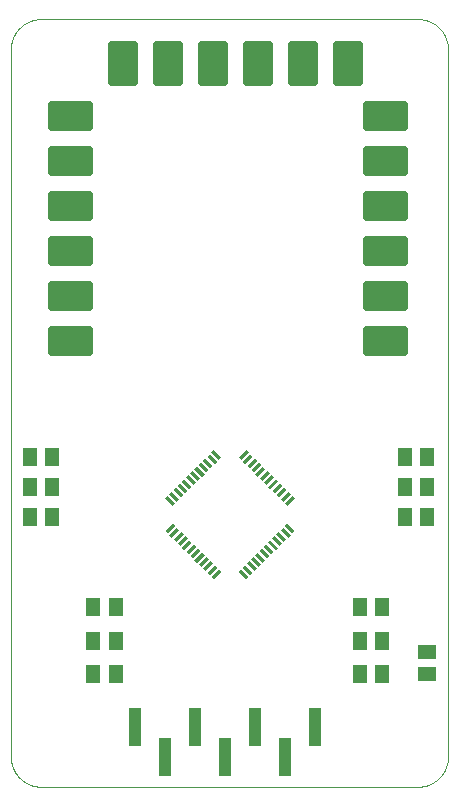
<source format=gbp>
G75*
%MOIN*%
%OFA0B0*%
%FSLAX25Y25*%
%IPPOS*%
%LPD*%
%AMOC8*
5,1,8,0,0,1.08239X$1,22.5*
%
%ADD10C,0.00000*%
%ADD11R,0.05118X0.05906*%
%ADD12R,0.05906X0.05118*%
%ADD13R,0.04000X0.13000*%
%ADD14R,0.03543X0.01181*%
%ADD15R,0.01181X0.03543*%
%ADD16C,0.02000*%
D10*
X0003211Y0011500D02*
X0003211Y0247406D01*
X0003214Y0247648D01*
X0003223Y0247889D01*
X0003237Y0248130D01*
X0003258Y0248371D01*
X0003284Y0248611D01*
X0003316Y0248851D01*
X0003354Y0249090D01*
X0003397Y0249327D01*
X0003447Y0249564D01*
X0003502Y0249799D01*
X0003562Y0250033D01*
X0003629Y0250265D01*
X0003700Y0250496D01*
X0003778Y0250725D01*
X0003861Y0250952D01*
X0003949Y0251177D01*
X0004043Y0251400D01*
X0004142Y0251620D01*
X0004247Y0251838D01*
X0004356Y0252053D01*
X0004471Y0252266D01*
X0004591Y0252476D01*
X0004716Y0252682D01*
X0004846Y0252886D01*
X0004981Y0253087D01*
X0005121Y0253284D01*
X0005265Y0253478D01*
X0005414Y0253668D01*
X0005568Y0253854D01*
X0005726Y0254037D01*
X0005888Y0254216D01*
X0006055Y0254391D01*
X0006226Y0254562D01*
X0006401Y0254729D01*
X0006580Y0254891D01*
X0006763Y0255049D01*
X0006949Y0255203D01*
X0007139Y0255352D01*
X0007333Y0255496D01*
X0007530Y0255636D01*
X0007731Y0255771D01*
X0007935Y0255901D01*
X0008141Y0256026D01*
X0008351Y0256146D01*
X0008564Y0256261D01*
X0008779Y0256370D01*
X0008997Y0256475D01*
X0009217Y0256574D01*
X0009440Y0256668D01*
X0009665Y0256756D01*
X0009892Y0256839D01*
X0010121Y0256917D01*
X0010352Y0256988D01*
X0010584Y0257055D01*
X0010818Y0257115D01*
X0011053Y0257170D01*
X0011290Y0257220D01*
X0011527Y0257263D01*
X0011766Y0257301D01*
X0012006Y0257333D01*
X0012246Y0257359D01*
X0012487Y0257380D01*
X0012728Y0257394D01*
X0012969Y0257403D01*
X0013211Y0257406D01*
X0138880Y0257406D01*
X0139122Y0257403D01*
X0139363Y0257394D01*
X0139604Y0257380D01*
X0139845Y0257359D01*
X0140085Y0257333D01*
X0140325Y0257301D01*
X0140564Y0257263D01*
X0140801Y0257220D01*
X0141038Y0257170D01*
X0141273Y0257115D01*
X0141507Y0257055D01*
X0141739Y0256988D01*
X0141970Y0256917D01*
X0142199Y0256839D01*
X0142426Y0256756D01*
X0142651Y0256668D01*
X0142874Y0256574D01*
X0143094Y0256475D01*
X0143312Y0256370D01*
X0143527Y0256261D01*
X0143740Y0256146D01*
X0143950Y0256026D01*
X0144156Y0255901D01*
X0144360Y0255771D01*
X0144561Y0255636D01*
X0144758Y0255496D01*
X0144952Y0255352D01*
X0145142Y0255203D01*
X0145328Y0255049D01*
X0145511Y0254891D01*
X0145690Y0254729D01*
X0145865Y0254562D01*
X0146036Y0254391D01*
X0146203Y0254216D01*
X0146365Y0254037D01*
X0146523Y0253854D01*
X0146677Y0253668D01*
X0146826Y0253478D01*
X0146970Y0253284D01*
X0147110Y0253087D01*
X0147245Y0252886D01*
X0147375Y0252682D01*
X0147500Y0252476D01*
X0147620Y0252266D01*
X0147735Y0252053D01*
X0147844Y0251838D01*
X0147949Y0251620D01*
X0148048Y0251400D01*
X0148142Y0251177D01*
X0148230Y0250952D01*
X0148313Y0250725D01*
X0148391Y0250496D01*
X0148462Y0250265D01*
X0148529Y0250033D01*
X0148589Y0249799D01*
X0148644Y0249564D01*
X0148694Y0249327D01*
X0148737Y0249090D01*
X0148775Y0248851D01*
X0148807Y0248611D01*
X0148833Y0248371D01*
X0148854Y0248130D01*
X0148868Y0247889D01*
X0148877Y0247648D01*
X0148880Y0247406D01*
X0148880Y0011500D01*
X0148877Y0011258D01*
X0148868Y0011017D01*
X0148854Y0010776D01*
X0148833Y0010535D01*
X0148807Y0010295D01*
X0148775Y0010055D01*
X0148737Y0009816D01*
X0148694Y0009579D01*
X0148644Y0009342D01*
X0148589Y0009107D01*
X0148529Y0008873D01*
X0148462Y0008641D01*
X0148391Y0008410D01*
X0148313Y0008181D01*
X0148230Y0007954D01*
X0148142Y0007729D01*
X0148048Y0007506D01*
X0147949Y0007286D01*
X0147844Y0007068D01*
X0147735Y0006853D01*
X0147620Y0006640D01*
X0147500Y0006430D01*
X0147375Y0006224D01*
X0147245Y0006020D01*
X0147110Y0005819D01*
X0146970Y0005622D01*
X0146826Y0005428D01*
X0146677Y0005238D01*
X0146523Y0005052D01*
X0146365Y0004869D01*
X0146203Y0004690D01*
X0146036Y0004515D01*
X0145865Y0004344D01*
X0145690Y0004177D01*
X0145511Y0004015D01*
X0145328Y0003857D01*
X0145142Y0003703D01*
X0144952Y0003554D01*
X0144758Y0003410D01*
X0144561Y0003270D01*
X0144360Y0003135D01*
X0144156Y0003005D01*
X0143950Y0002880D01*
X0143740Y0002760D01*
X0143527Y0002645D01*
X0143312Y0002536D01*
X0143094Y0002431D01*
X0142874Y0002332D01*
X0142651Y0002238D01*
X0142426Y0002150D01*
X0142199Y0002067D01*
X0141970Y0001989D01*
X0141739Y0001918D01*
X0141507Y0001851D01*
X0141273Y0001791D01*
X0141038Y0001736D01*
X0140801Y0001686D01*
X0140564Y0001643D01*
X0140325Y0001605D01*
X0140085Y0001573D01*
X0139845Y0001547D01*
X0139604Y0001526D01*
X0139363Y0001512D01*
X0139122Y0001503D01*
X0138880Y0001500D01*
X0013211Y0001500D01*
X0012969Y0001503D01*
X0012728Y0001512D01*
X0012487Y0001526D01*
X0012246Y0001547D01*
X0012006Y0001573D01*
X0011766Y0001605D01*
X0011527Y0001643D01*
X0011290Y0001686D01*
X0011053Y0001736D01*
X0010818Y0001791D01*
X0010584Y0001851D01*
X0010352Y0001918D01*
X0010121Y0001989D01*
X0009892Y0002067D01*
X0009665Y0002150D01*
X0009440Y0002238D01*
X0009217Y0002332D01*
X0008997Y0002431D01*
X0008779Y0002536D01*
X0008564Y0002645D01*
X0008351Y0002760D01*
X0008141Y0002880D01*
X0007935Y0003005D01*
X0007731Y0003135D01*
X0007530Y0003270D01*
X0007333Y0003410D01*
X0007139Y0003554D01*
X0006949Y0003703D01*
X0006763Y0003857D01*
X0006580Y0004015D01*
X0006401Y0004177D01*
X0006226Y0004344D01*
X0006055Y0004515D01*
X0005888Y0004690D01*
X0005726Y0004869D01*
X0005568Y0005052D01*
X0005414Y0005238D01*
X0005265Y0005428D01*
X0005121Y0005622D01*
X0004981Y0005819D01*
X0004846Y0006020D01*
X0004716Y0006224D01*
X0004591Y0006430D01*
X0004471Y0006640D01*
X0004356Y0006853D01*
X0004247Y0007068D01*
X0004142Y0007286D01*
X0004043Y0007506D01*
X0003949Y0007729D01*
X0003861Y0007954D01*
X0003778Y0008181D01*
X0003700Y0008410D01*
X0003629Y0008641D01*
X0003562Y0008873D01*
X0003502Y0009107D01*
X0003447Y0009342D01*
X0003397Y0009579D01*
X0003354Y0009816D01*
X0003316Y0010055D01*
X0003284Y0010295D01*
X0003258Y0010535D01*
X0003237Y0010776D01*
X0003223Y0011017D01*
X0003214Y0011258D01*
X0003211Y0011500D01*
D11*
X0030721Y0039000D03*
X0030721Y0050250D03*
X0030721Y0061500D03*
X0038201Y0061500D03*
X0038201Y0050250D03*
X0038201Y0039000D03*
X0016951Y0091500D03*
X0009471Y0091500D03*
X0009471Y0101500D03*
X0009471Y0111500D03*
X0016951Y0111500D03*
X0016951Y0101500D03*
X0119471Y0061500D03*
X0126951Y0061500D03*
X0126951Y0050250D03*
X0119471Y0050250D03*
X0119471Y0039000D03*
X0126951Y0039000D03*
X0134471Y0091500D03*
X0134471Y0101500D03*
X0134471Y0111500D03*
X0141951Y0111500D03*
X0141951Y0101500D03*
X0141951Y0091500D03*
D12*
X0141961Y0046490D03*
X0141961Y0039010D03*
D13*
X0104461Y0021500D03*
X0094461Y0011500D03*
X0084461Y0021500D03*
X0074461Y0011500D03*
X0064461Y0021500D03*
X0054461Y0011500D03*
X0044461Y0021500D03*
D14*
G36*
X0069967Y0071492D02*
X0072471Y0073996D01*
X0073305Y0073162D01*
X0070801Y0070658D01*
X0069967Y0071492D01*
G37*
G36*
X0068575Y0072884D02*
X0071079Y0075388D01*
X0071913Y0074554D01*
X0069409Y0072050D01*
X0068575Y0072884D01*
G37*
G36*
X0067183Y0074276D02*
X0069687Y0076780D01*
X0070521Y0075946D01*
X0068017Y0073442D01*
X0067183Y0074276D01*
G37*
G36*
X0065791Y0075668D02*
X0068295Y0078172D01*
X0069129Y0077338D01*
X0066625Y0074834D01*
X0065791Y0075668D01*
G37*
G36*
X0064399Y0077060D02*
X0066903Y0079564D01*
X0067737Y0078730D01*
X0065233Y0076226D01*
X0064399Y0077060D01*
G37*
G36*
X0063007Y0078452D02*
X0065511Y0080956D01*
X0066345Y0080122D01*
X0063841Y0077618D01*
X0063007Y0078452D01*
G37*
G36*
X0061615Y0079844D02*
X0064119Y0082348D01*
X0064953Y0081514D01*
X0062449Y0079010D01*
X0061615Y0079844D01*
G37*
G36*
X0060223Y0081236D02*
X0062727Y0083740D01*
X0063561Y0082906D01*
X0061057Y0080402D01*
X0060223Y0081236D01*
G37*
G36*
X0058831Y0082628D02*
X0061335Y0085132D01*
X0062169Y0084298D01*
X0059665Y0081794D01*
X0058831Y0082628D01*
G37*
G36*
X0057439Y0084020D02*
X0059943Y0086524D01*
X0060777Y0085690D01*
X0058273Y0083186D01*
X0057439Y0084020D01*
G37*
G36*
X0056047Y0085412D02*
X0058551Y0087916D01*
X0059385Y0087082D01*
X0056881Y0084578D01*
X0056047Y0085412D01*
G37*
G36*
X0054655Y0086804D02*
X0057159Y0089308D01*
X0057993Y0088474D01*
X0055489Y0085970D01*
X0054655Y0086804D01*
G37*
G36*
X0079153Y0111302D02*
X0081657Y0113806D01*
X0082491Y0112972D01*
X0079987Y0110468D01*
X0079153Y0111302D01*
G37*
G36*
X0080545Y0109910D02*
X0083049Y0112414D01*
X0083883Y0111580D01*
X0081379Y0109076D01*
X0080545Y0109910D01*
G37*
G36*
X0081937Y0108518D02*
X0084441Y0111022D01*
X0085275Y0110188D01*
X0082771Y0107684D01*
X0081937Y0108518D01*
G37*
G36*
X0083329Y0107126D02*
X0085833Y0109630D01*
X0086667Y0108796D01*
X0084163Y0106292D01*
X0083329Y0107126D01*
G37*
G36*
X0084721Y0105734D02*
X0087225Y0108238D01*
X0088059Y0107404D01*
X0085555Y0104900D01*
X0084721Y0105734D01*
G37*
G36*
X0086113Y0104342D02*
X0088617Y0106846D01*
X0089451Y0106012D01*
X0086947Y0103508D01*
X0086113Y0104342D01*
G37*
G36*
X0087505Y0102950D02*
X0090009Y0105454D01*
X0090843Y0104620D01*
X0088339Y0102116D01*
X0087505Y0102950D01*
G37*
G36*
X0088897Y0101558D02*
X0091401Y0104062D01*
X0092235Y0103228D01*
X0089731Y0100724D01*
X0088897Y0101558D01*
G37*
G36*
X0090289Y0100166D02*
X0092793Y0102670D01*
X0093627Y0101836D01*
X0091123Y0099332D01*
X0090289Y0100166D01*
G37*
G36*
X0091681Y0098775D02*
X0094185Y0101279D01*
X0095019Y0100445D01*
X0092515Y0097941D01*
X0091681Y0098775D01*
G37*
G36*
X0093073Y0097383D02*
X0095577Y0099887D01*
X0096411Y0099053D01*
X0093907Y0096549D01*
X0093073Y0097383D01*
G37*
G36*
X0094465Y0095991D02*
X0096969Y0098495D01*
X0097803Y0097661D01*
X0095299Y0095157D01*
X0094465Y0095991D01*
G37*
D15*
G36*
X0094465Y0088474D02*
X0095299Y0089308D01*
X0097803Y0086804D01*
X0096969Y0085970D01*
X0094465Y0088474D01*
G37*
G36*
X0093073Y0087082D02*
X0093907Y0087916D01*
X0096411Y0085412D01*
X0095577Y0084578D01*
X0093073Y0087082D01*
G37*
G36*
X0091681Y0085690D02*
X0092515Y0086524D01*
X0095019Y0084020D01*
X0094185Y0083186D01*
X0091681Y0085690D01*
G37*
G36*
X0090289Y0084298D02*
X0091123Y0085132D01*
X0093627Y0082628D01*
X0092793Y0081794D01*
X0090289Y0084298D01*
G37*
G36*
X0088897Y0082906D02*
X0089731Y0083740D01*
X0092235Y0081236D01*
X0091401Y0080402D01*
X0088897Y0082906D01*
G37*
G36*
X0087505Y0081514D02*
X0088339Y0082348D01*
X0090843Y0079844D01*
X0090009Y0079010D01*
X0087505Y0081514D01*
G37*
G36*
X0086113Y0080122D02*
X0086947Y0080956D01*
X0089451Y0078452D01*
X0088617Y0077618D01*
X0086113Y0080122D01*
G37*
G36*
X0084721Y0078730D02*
X0085555Y0079564D01*
X0088059Y0077060D01*
X0087225Y0076226D01*
X0084721Y0078730D01*
G37*
G36*
X0083329Y0077338D02*
X0084163Y0078172D01*
X0086667Y0075668D01*
X0085833Y0074834D01*
X0083329Y0077338D01*
G37*
G36*
X0081937Y0075946D02*
X0082771Y0076780D01*
X0085275Y0074276D01*
X0084441Y0073442D01*
X0081937Y0075946D01*
G37*
G36*
X0080545Y0074554D02*
X0081379Y0075388D01*
X0083883Y0072884D01*
X0083049Y0072050D01*
X0080545Y0074554D01*
G37*
G36*
X0079153Y0073162D02*
X0079987Y0073996D01*
X0082491Y0071492D01*
X0081657Y0070658D01*
X0079153Y0073162D01*
G37*
G36*
X0061615Y0104620D02*
X0062449Y0105454D01*
X0064953Y0102950D01*
X0064119Y0102116D01*
X0061615Y0104620D01*
G37*
G36*
X0060223Y0103228D02*
X0061057Y0104062D01*
X0063561Y0101558D01*
X0062727Y0100724D01*
X0060223Y0103228D01*
G37*
G36*
X0058831Y0101836D02*
X0059665Y0102670D01*
X0062169Y0100166D01*
X0061335Y0099332D01*
X0058831Y0101836D01*
G37*
G36*
X0057439Y0100445D02*
X0058273Y0101279D01*
X0060777Y0098775D01*
X0059943Y0097941D01*
X0057439Y0100445D01*
G37*
G36*
X0056047Y0099053D02*
X0056881Y0099887D01*
X0059385Y0097383D01*
X0058551Y0096549D01*
X0056047Y0099053D01*
G37*
G36*
X0054655Y0097661D02*
X0055489Y0098495D01*
X0057993Y0095991D01*
X0057159Y0095157D01*
X0054655Y0097661D01*
G37*
G36*
X0063007Y0106012D02*
X0063841Y0106846D01*
X0066345Y0104342D01*
X0065511Y0103508D01*
X0063007Y0106012D01*
G37*
G36*
X0064399Y0107404D02*
X0065233Y0108238D01*
X0067737Y0105734D01*
X0066903Y0104900D01*
X0064399Y0107404D01*
G37*
G36*
X0065791Y0108796D02*
X0066625Y0109630D01*
X0069129Y0107126D01*
X0068295Y0106292D01*
X0065791Y0108796D01*
G37*
G36*
X0067183Y0110188D02*
X0068017Y0111022D01*
X0070521Y0108518D01*
X0069687Y0107684D01*
X0067183Y0110188D01*
G37*
G36*
X0068575Y0111580D02*
X0069409Y0112414D01*
X0071913Y0109910D01*
X0071079Y0109076D01*
X0068575Y0111580D01*
G37*
G36*
X0069967Y0112972D02*
X0070801Y0113806D01*
X0073305Y0111302D01*
X0072471Y0110468D01*
X0069967Y0112972D01*
G37*
D16*
X0016711Y0146250D02*
X0016711Y0154250D01*
X0029711Y0154250D01*
X0029711Y0146250D01*
X0016711Y0146250D01*
X0016711Y0148249D02*
X0029711Y0148249D01*
X0029711Y0150248D02*
X0016711Y0150248D01*
X0016711Y0152247D02*
X0029711Y0152247D01*
X0029711Y0154246D02*
X0016711Y0154246D01*
X0016711Y0161250D02*
X0016711Y0169250D01*
X0029711Y0169250D01*
X0029711Y0161250D01*
X0016711Y0161250D01*
X0016711Y0163249D02*
X0029711Y0163249D01*
X0029711Y0165248D02*
X0016711Y0165248D01*
X0016711Y0167247D02*
X0029711Y0167247D01*
X0029711Y0169246D02*
X0016711Y0169246D01*
X0016711Y0176250D02*
X0016711Y0184250D01*
X0029711Y0184250D01*
X0029711Y0176250D01*
X0016711Y0176250D01*
X0016711Y0178249D02*
X0029711Y0178249D01*
X0029711Y0180248D02*
X0016711Y0180248D01*
X0016711Y0182247D02*
X0029711Y0182247D01*
X0029711Y0184246D02*
X0016711Y0184246D01*
X0016711Y0191250D02*
X0016711Y0199250D01*
X0029711Y0199250D01*
X0029711Y0191250D01*
X0016711Y0191250D01*
X0016711Y0193249D02*
X0029711Y0193249D01*
X0029711Y0195248D02*
X0016711Y0195248D01*
X0016711Y0197247D02*
X0029711Y0197247D01*
X0029711Y0199246D02*
X0016711Y0199246D01*
X0029711Y0206250D02*
X0029711Y0214250D01*
X0029711Y0206250D02*
X0016711Y0206250D01*
X0016711Y0214250D01*
X0029711Y0214250D01*
X0029711Y0208249D02*
X0016711Y0208249D01*
X0016711Y0210248D02*
X0029711Y0210248D01*
X0029711Y0212247D02*
X0016711Y0212247D01*
X0016711Y0214246D02*
X0029711Y0214246D01*
X0029711Y0221250D02*
X0029711Y0229250D01*
X0029711Y0221250D02*
X0016711Y0221250D01*
X0016711Y0229250D01*
X0029711Y0229250D01*
X0029711Y0223249D02*
X0016711Y0223249D01*
X0016711Y0225248D02*
X0029711Y0225248D01*
X0029711Y0227247D02*
X0016711Y0227247D01*
X0016711Y0229246D02*
X0029711Y0229246D01*
X0036711Y0249250D02*
X0044711Y0249250D01*
X0044711Y0236250D01*
X0036711Y0236250D01*
X0036711Y0249250D01*
X0036711Y0238249D02*
X0044711Y0238249D01*
X0044711Y0240248D02*
X0036711Y0240248D01*
X0036711Y0242247D02*
X0044711Y0242247D01*
X0044711Y0244246D02*
X0036711Y0244246D01*
X0036711Y0246245D02*
X0044711Y0246245D01*
X0044711Y0248244D02*
X0036711Y0248244D01*
X0051711Y0249250D02*
X0059711Y0249250D01*
X0059711Y0236250D01*
X0051711Y0236250D01*
X0051711Y0249250D01*
X0051711Y0238249D02*
X0059711Y0238249D01*
X0059711Y0240248D02*
X0051711Y0240248D01*
X0051711Y0242247D02*
X0059711Y0242247D01*
X0059711Y0244246D02*
X0051711Y0244246D01*
X0051711Y0246245D02*
X0059711Y0246245D01*
X0059711Y0248244D02*
X0051711Y0248244D01*
X0066711Y0249250D02*
X0074711Y0249250D01*
X0074711Y0236250D01*
X0066711Y0236250D01*
X0066711Y0249250D01*
X0066711Y0238249D02*
X0074711Y0238249D01*
X0074711Y0240248D02*
X0066711Y0240248D01*
X0066711Y0242247D02*
X0074711Y0242247D01*
X0074711Y0244246D02*
X0066711Y0244246D01*
X0066711Y0246245D02*
X0074711Y0246245D01*
X0074711Y0248244D02*
X0066711Y0248244D01*
X0081711Y0249250D02*
X0089711Y0249250D01*
X0089711Y0236250D01*
X0081711Y0236250D01*
X0081711Y0249250D01*
X0081711Y0238249D02*
X0089711Y0238249D01*
X0089711Y0240248D02*
X0081711Y0240248D01*
X0081711Y0242247D02*
X0089711Y0242247D01*
X0089711Y0244246D02*
X0081711Y0244246D01*
X0081711Y0246245D02*
X0089711Y0246245D01*
X0089711Y0248244D02*
X0081711Y0248244D01*
X0096711Y0249250D02*
X0104711Y0249250D01*
X0104711Y0236250D01*
X0096711Y0236250D01*
X0096711Y0249250D01*
X0096711Y0238249D02*
X0104711Y0238249D01*
X0104711Y0240248D02*
X0096711Y0240248D01*
X0096711Y0242247D02*
X0104711Y0242247D01*
X0104711Y0244246D02*
X0096711Y0244246D01*
X0096711Y0246245D02*
X0104711Y0246245D01*
X0104711Y0248244D02*
X0096711Y0248244D01*
X0111711Y0249250D02*
X0119711Y0249250D01*
X0119711Y0236250D01*
X0111711Y0236250D01*
X0111711Y0249250D01*
X0111711Y0238249D02*
X0119711Y0238249D01*
X0119711Y0240248D02*
X0111711Y0240248D01*
X0111711Y0242247D02*
X0119711Y0242247D01*
X0119711Y0244246D02*
X0111711Y0244246D01*
X0111711Y0246245D02*
X0119711Y0246245D01*
X0119711Y0248244D02*
X0111711Y0248244D01*
X0121711Y0229250D02*
X0121711Y0221250D01*
X0121711Y0229250D02*
X0134711Y0229250D01*
X0134711Y0221250D01*
X0121711Y0221250D01*
X0121711Y0223249D02*
X0134711Y0223249D01*
X0134711Y0225248D02*
X0121711Y0225248D01*
X0121711Y0227247D02*
X0134711Y0227247D01*
X0134711Y0229246D02*
X0121711Y0229246D01*
X0121711Y0214250D02*
X0121711Y0206250D01*
X0121711Y0214250D02*
X0134711Y0214250D01*
X0134711Y0206250D01*
X0121711Y0206250D01*
X0121711Y0208249D02*
X0134711Y0208249D01*
X0134711Y0210248D02*
X0121711Y0210248D01*
X0121711Y0212247D02*
X0134711Y0212247D01*
X0134711Y0214246D02*
X0121711Y0214246D01*
X0121711Y0199250D02*
X0121711Y0191250D01*
X0121711Y0199250D02*
X0134711Y0199250D01*
X0134711Y0191250D01*
X0121711Y0191250D01*
X0121711Y0193249D02*
X0134711Y0193249D01*
X0134711Y0195248D02*
X0121711Y0195248D01*
X0121711Y0197247D02*
X0134711Y0197247D01*
X0134711Y0199246D02*
X0121711Y0199246D01*
X0121711Y0184250D02*
X0121711Y0176250D01*
X0121711Y0184250D02*
X0134711Y0184250D01*
X0134711Y0176250D01*
X0121711Y0176250D01*
X0121711Y0178249D02*
X0134711Y0178249D01*
X0134711Y0180248D02*
X0121711Y0180248D01*
X0121711Y0182247D02*
X0134711Y0182247D01*
X0134711Y0184246D02*
X0121711Y0184246D01*
X0121711Y0169250D02*
X0121711Y0161250D01*
X0121711Y0169250D02*
X0134711Y0169250D01*
X0134711Y0161250D01*
X0121711Y0161250D01*
X0121711Y0163249D02*
X0134711Y0163249D01*
X0134711Y0165248D02*
X0121711Y0165248D01*
X0121711Y0167247D02*
X0134711Y0167247D01*
X0134711Y0169246D02*
X0121711Y0169246D01*
X0121711Y0154250D02*
X0121711Y0146250D01*
X0121711Y0154250D02*
X0134711Y0154250D01*
X0134711Y0146250D01*
X0121711Y0146250D01*
X0121711Y0148249D02*
X0134711Y0148249D01*
X0134711Y0150248D02*
X0121711Y0150248D01*
X0121711Y0152247D02*
X0134711Y0152247D01*
X0134711Y0154246D02*
X0121711Y0154246D01*
M02*

</source>
